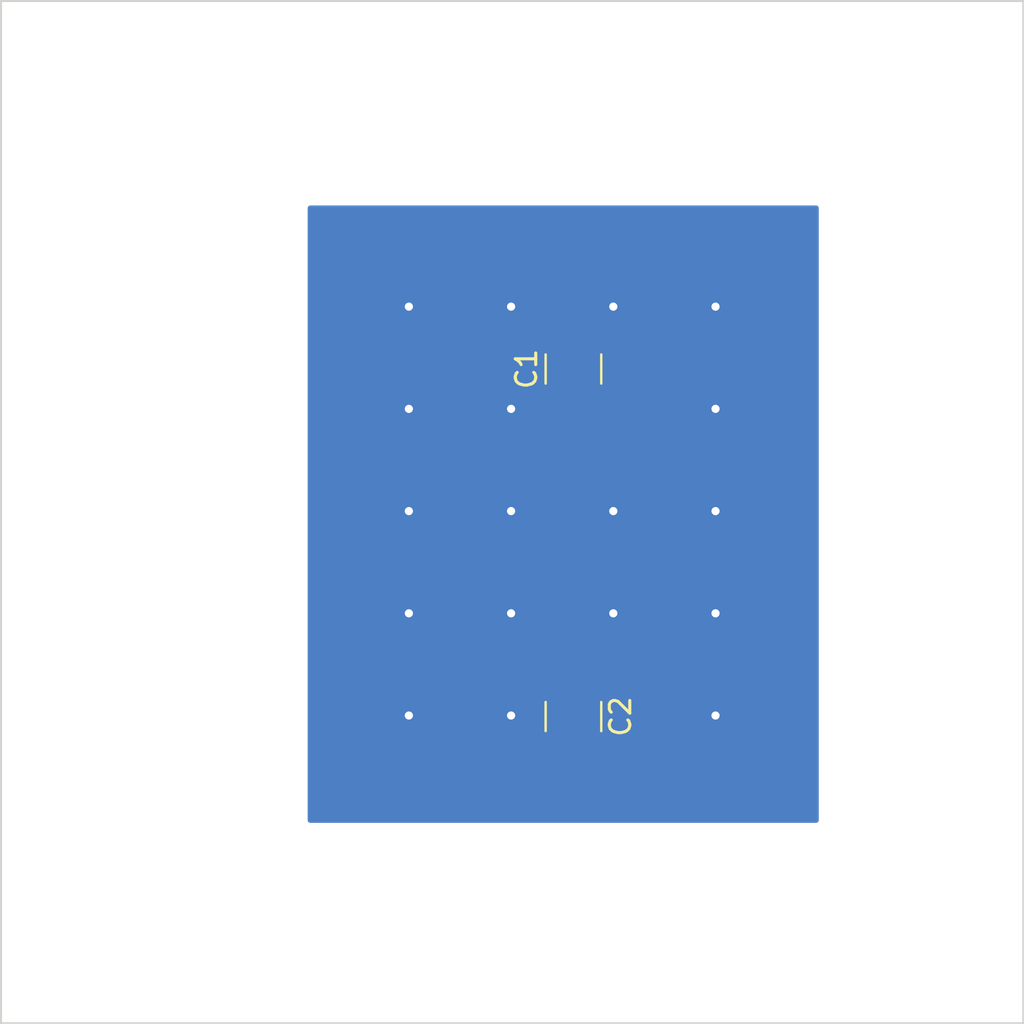
<source format=kicad_pcb>
(kicad_pcb (version 20221018) (generator pcbnew)
  (layers (0 "F.Cu" signal) (31 "B.Cu" signal) (34 "B.Paste" user) (35 "F.Paste" user) (36 "B.SilkS" user "B.Silkscreen") (37 "F.SilkS" user "F.Silkscreen") (38 "B.Mask" user) (39 "F.Mask" user) (44 "Edge.Cuts" user))
  (net 0 "")
  (net 1 "/Pos")
  (net 2 "GND")
  (footprint "Capacitor_SMD:C_1210_3225Metric" (layer "F.Cu") (at 128 85 -90)
    (fp_text reference "C2" (at 0 -2.3 90) (layer "F.SilkS"))
    (fp_text value "C")
    (fp_line (start -0.711252 -1.36) (end 0.711252 -1.36) (stroke (width 0.12)) (layer "F.SilkS"))
    (fp_line (start -0.711252 1.36) (end 0.711252 1.36) (stroke (width 0.12)) (layer "F.SilkS"))
    (pad "1" smd roundrect (at -1.475 0 270) (size 1.15 2.7) (layers "F.Cu" "F.Paste" "F.Mask") (roundrect_rratio 0.217391) (net 1 "/Pos"))
    (pad "2" smd roundrect (at 1.475 0 270) (size 1.15 2.7) (layers "F.Cu" "F.Paste" "F.Mask") (roundrect_rratio 0.217391) (net 2 "GND"))
  )
  (footprint "Capacitor_SMD:C_1210_3225Metric" (layer "F.Cu") (at 128 68 90)
    (fp_text reference "C1" (at 0 -2.3 90) (layer "F.SilkS"))
    (fp_text value "C")
    (fp_line (start -0.711252 -1.36) (end 0.711252 -1.36) (stroke (width 0.12)) (layer "F.SilkS"))
    (fp_line (start -0.711252 1.36) (end 0.711252 1.36) (stroke (width 0.12)) (layer "F.SilkS"))
    (pad "1" smd roundrect (at -1.475 0 90) (size 1.15 2.7) (layers "F.Cu" "F.Paste" "F.Mask") (roundrect_rratio 0.217391) (net 1 "/Pos"))
    (pad "2" smd roundrect (at 1.475 0 90) (size 1.15 2.7) (layers "F.Cu" "F.Paste" "F.Mask") (roundrect_rratio 0.217391) (net 2 "GND"))
  )
  (gr_line (start 150 50) (end 150 100) (stroke (width 0.1)) (layer "Edge.Cuts"))
  (gr_line (start 150 100) (end 100 100) (stroke (width 0.1)) (layer "Edge.Cuts"))
  (gr_line (start 100 100) (end 100 50) (stroke (width 0.1)) (layer "Edge.Cuts"))
  (gr_line (start 100 50) (end 150 50) (stroke (width 0.1)) (layer "Edge.Cuts"))
  (segment (start 128 69.475) (end 128 83.525) (width 0.25) (layer "F.Cu") (net 1))
  (via (at 134.95 84.95) (size 0.8) (drill 0.4) (layers "F.Cu" "B.Cu") (net 2))
  (via (at 124.95 79.95) (size 0.8) (drill 0.4) (layers "F.Cu" "B.Cu") (net 2))
  (via (at 134.95 74.95) (size 0.8) (drill 0.4) (layers "F.Cu" "B.Cu") (net 2))
  (via (at 124.95 64.95) (size 0.8) (drill 0.4) (layers "F.Cu" "B.Cu") (net 2))
  (via (at 124.95 74.95) (size 0.8) (drill 0.4) (layers "F.Cu" "B.Cu") (net 2))
  (via (at 124.95 69.95) (size 0.8) (drill 0.4) (layers "F.Cu" "B.Cu") (net 2))
  (via (at 119.95 64.95) (size 0.8) (drill 0.4) (layers "F.Cu" "B.Cu") (net 2))
  (via (at 129.95 64.95) (size 0.8) (drill 0.4) (layers "F.Cu" "B.Cu") (net 2))
  (via (at 119.95 84.95) (size 0.8) (drill 0.4) (layers "F.Cu" "B.Cu") (net 2))
  (via (at 124.95 84.95) (size 0.8) (drill 0.4) (layers "F.Cu" "B.Cu") (net 2))
  (via (at 119.95 79.95) (size 0.8) (drill 0.4) (layers "F.Cu" "B.Cu") (net 2))
  (via (at 134.95 64.95) (size 0.8) (drill 0.4) (layers "F.Cu" "B.Cu") (net 2))
  (via (at 119.95 74.95) (size 0.8) (drill 0.4) (layers "F.Cu" "B.Cu") (net 2))
  (via (at 134.95 69.95) (size 0.8) (drill 0.4) (layers "F.Cu" "B.Cu") (net 2))
  (via (at 129.95 79.95) (size 0.8) (drill 0.4) (layers "F.Cu" "B.Cu") (net 2))
  (via (at 119.95 69.95) (size 0.8) (drill 0.4) (layers "F.Cu" "B.Cu") (net 2))
  (via (at 129.95 74.95) (size 0.8) (drill 0.4) (layers "F.Cu" "B.Cu") (net 2))
  (via (at 134.95 79.95) (size 0.8) (drill 0.4) (layers "F.Cu" "B.Cu") (net 2))
  (zone (net 2) (net_name "GND") (layer "F.Cu") (connect_pads (clearance 0.508)) (min_thickness 0.25) (fill yes (thermal_gap 0.5) (thermal_bridge_width 0.5))
    (polygon (pts (xy 116 61) (xy 139 61) (xy 139 89) (xy 116 89)))
  )
  (zone (net 2) (net_name "GND") (layer "B.Cu") (priority 2) (connect_pads (clearance 0.508)) (min_thickness 0.25) (fill yes (thermal_gap 0.5) (thermal_bridge_width 0.5))
    (polygon (pts (xy 115 60) (xy 115 90.2) (xy 140 90.2) (xy 140 60)))
  )
)
</source>
